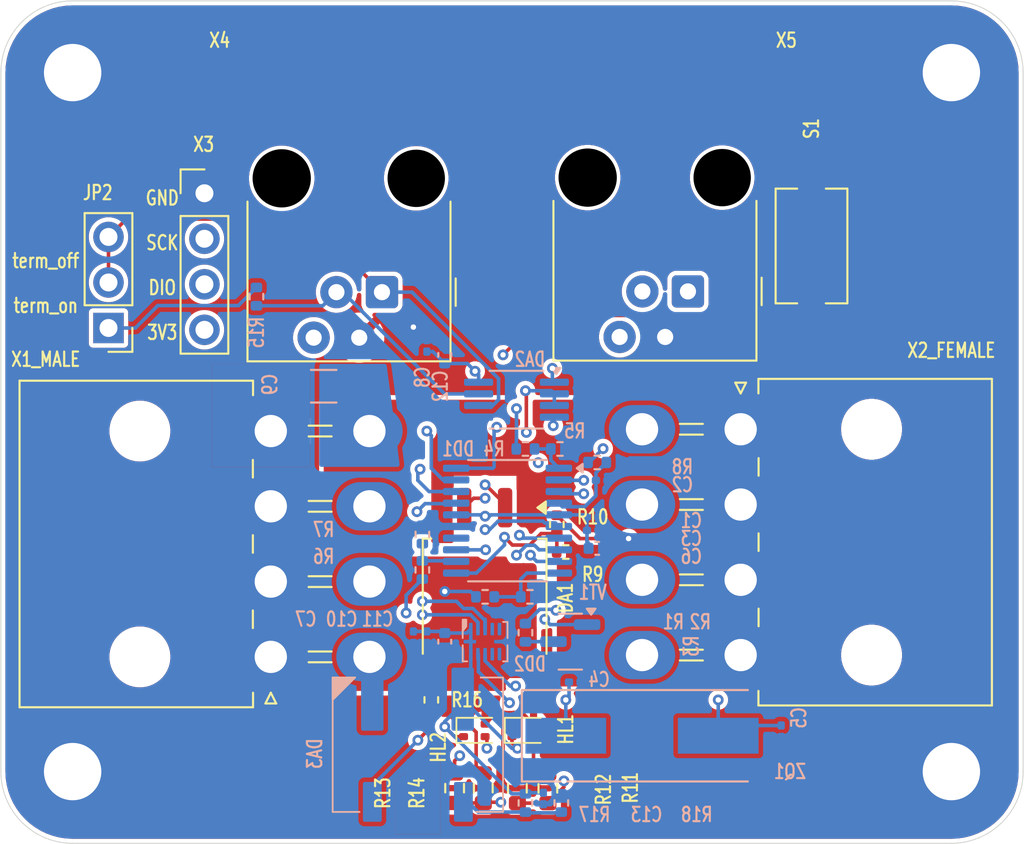
<source format=kicad_pcb>
(kicad_pcb (version 20241229) (generator "pcbnew") (generator_version "9.0")
  (layers (0 "F.Cu" mixed) (4 "In1.Cu" signal) (6 "In2.Cu" jumper) (2 "B.Cu" signal) (13 "F.Paste" user) (15 "B.Paste" user) (5 "F.SilkS" user "F.Silkscreen") (7 "B.SilkS" user "B.Silkscreen") (1 "F.Mask" user) (3 "B.Mask" user) (25 "Edge.Cuts" user))
  (net 0 "")
  (net 1 "VCC")
  (net 2 "GND")
  (net 3 "Net-(DD1-NRST)")
  (net 4 "VIN")
  (net 5 "/IN_SENSE")
  (net 6 "/I_SENSE")
  (net 7 "Net-(DA3-Trim)")
  (net 8 "Net-(DA3-Ctrl)")
  (net 9 "Net-(DD1-BOOT0)")
  (net 10 "/V_OUT")
  (net 11 "/RS_485_N")
  (net 12 "/V_IN")
  (net 13 "/RS_485_P")
  (net 15 "Net-(X4-Pad4)")
  (net 16 "Net-(DD1-PF0)")
  (net 17 "Net-(DD1-PF1)")
  (net 18 "Net-(DA1-IN)")
  (net 19 "Net-(DA1-OUT-Pad1)")
  (net 20 "Net-(DA1-IS)")
  (net 21 "Net-(DA2-R)")
  (net 22 "Net-(DA2-DE)")
  (net 23 "Net-(DA2-D)")
  (net 24 "Net-(DD1-PA9)")
  (net 25 "Net-(DD1-PA10)")
  (net 26 "/LED_2")
  (net 27 "/LED_1")
  (net 28 "Net-(R3-Pad1)")
  (net 29 "Net-(HL1-K2)")
  (net 30 "Net-(HL1-A1)")
  (net 31 "Net-(HL2-K2)")
  (net 32 "Net-(HL2-A1)")
  (net 33 "Net-(DD1-PA0)")
  (net 34 "Net-(DD1-PA13)")
  (net 35 "Net-(DD1-PA14)")
  (net 40 "Net-(JP2-A)")
  (footprint "MountingHole:MountingHole_3.2mm_M3_ISO7380_Pad" (layer "F.Cu") (at 173 103)
    (property "Reference" "H4" (hide yes))
    (property "Value" "M3_ISO7380" (hide yes))
  )
  (footprint "Resistor_SMD:R_0603_1608Metric" (layer "F.Cu") (at 148.8 103.933976 -90)
    (property "Reference" "R12")
    (property "Value" "RC0603FR-07150RPL" (hide yes))
  )
  (footprint "Connector_RJ:RJ9_Evercom_5301-440xxx_Horizontal" (layer "F.Cu") (at 158.31 76.21 180)
    (property "Reference" "X5")
    (property "Value" "L-KLS12-123-4P4C-W/O-1-01" (hide yes))
  )
  (footprint "MountingHole:MountingHole_3.2mm_M3_ISO7380_Pad" (layer "F.Cu") (at 173 64)
    (property "Reference" "H3" (hide yes))
    (property "Value" "M3_ISO7380" (hide yes))
  )
  (footprint "Connector_PinHeader_2.54mm:PinHeader_1x03_P2.54mm_Vertical" (layer "F.Cu") (at 126 78.25 180)
    (property "Reference" "JP2")
    (property "Value" "PinHeader 3x1 2.54mm Vertical" (hide yes))
  )
  (footprint "Resistor_SMD:R_0603_1608Metric" (layer "F.Cu") (at 146.9 103.925 -90)
    (property "Reference" "R14")
    (property "Value" "RC0603FR-07150RPL" (hide yes))
  )
  (footprint "Resistor_SMD:R_0603_1608Metric" (layer "F.Cu") (at 145.3 103.925 -90)
    (property "Reference" "R13")
    (property "Value" "RC0603FR-07150RPL" (hide yes))
  )
  (footprint "Connector_Molex:Molex_Mini-Fit_Jr_5569-08A2_2x04_P4.20mm_Horizontal" (layer "F.Cu") (at 135.05 96.6 90)
    (property "Reference" "X1_MALE")
    (property "Value" "0039301080" (hide yes))
  )
  (footprint "Button_Switch_SMD:SW_Tactile_SPST_NO_Straight_CK_PTS636Sx25SMTRLFS" (layer "F.Cu") (at 165.2 73.675 90)
    (property "Reference" "S1")
    (property "Value" "KLS7-TS3601-4.3-180" (hide yes))
  )
  (footprint "Resistor_SMD:R_0603_1608Metric" (layer "F.Cu") (at 150.5 103.933976 -90)
    (property "Reference" "R11")
    (property "Value" "RC0603FR-07150RPL" (hide yes))
  )
  (footprint "Connector_Molex:Molex_Mini-Fit_Jr_5569-08A2_2x04_P4.20mm_Horizontal" (layer "F.Cu") (at 161.25 83.9 -90)
    (property "Reference" "X2_FEMALE")
    (property "Value" "0039301080" (hide yes))
  )
  (footprint "Connector_RJ:RJ9_Evercom_5301-440xxx_Horizontal" (layer "F.Cu") (at 141.25 76.25 180)
    (property "Reference" "X4")
    (property "Value" "L-KLS12-123-4P4C-W/O-1-01" (hide yes))
  )
  (footprint "Resistor_SMD:R_0402_1005Metric" (layer "F.Cu") (at 151.5 90.75)
    (property "Reference" "R9")
    (property "Value" "RC0402FR-0710KL" (hide yes))
  )
  (footprint "MALT_Fpr_PassiveComp:LTST-C295" (layer "F.Cu") (at 146.4 100.7 90)
    (property "Reference" "HL2")
    (property "Value" "LTST-C295KGKRKT" (hide yes))
  )
  (footprint "Package_TO_SOT_SMD:TO-252-4" (layer "F.Cu") (at 146.975 93.315 -90)
    (property "Reference" "DA1")
    (property "Value" "BTS6143D" (hide yes))
  )
  (footprint "Connector_PinHeader_2.54mm:PinHeader_1x04_P2.54mm_Vertical" (layer "F.Cu") (at 131.34979 70.732132)
    (property "Reference" "X3")
    (property "Value" "PinHeader 4x1 2.54mm Vertical" (hide yes))
  )
  (footprint "MountingHole:MountingHole_3.2mm_M3_ISO7380_Pad" (layer "F.Cu") (at 124 64)
    (property "Reference" "H1" (hide yes))
    (property "Value" "M3_ISO7380" (hide yes))
  )
  (footprint "Resistor_SMD:R_0402_1005Metric" (layer "F.Cu") (at 151 89.21 -90)
    (property "Reference" "R10")
    (property "Value" "RC0402FR-071KL" (hide yes))
  )
  (footprint "MALT_Fpr_PassiveComp:LTST-C295" (layer "F.Cu") (at 149.1 100.7 90)
    (property "Reference" "HL1")
    (property "Value" "LTST-C295KGKRKT" (hide yes))
  )
  (footprint "Resistor_SMD:R_0402_1005Metric" (layer "F.Cu") (at 144 99 90)
    (property "Reference" "R16")
    (property "Value" "RC0402FR-07100KL" (hide yes))
  )
  (footprint "MountingHole:MountingHole_3.2mm_M3_ISO7380_Pad" (layer "F.Cu") (at 124 103)
    (property "Reference" "H2" (hide yes))
    (property "Value" "M3_ISO7380" (hide yes))
  )
  (footprint "Capacitor_SMD:C_0201_0603Metric" (layer "B.Cu") (at 153 89.545)
    (property "Reference" "C3")
    (property "Value" "GRM033R60J105MEA2" (hide yes))
  )
  (footprint "Capacitor_SMD:C_0201_0603Metric" (layer "B.Cu") (at 153.5 86.75)
    (property "Reference" "C2")
    (property "Value" "GRM033R60J105MEA2" (hide yes))
  )
  (footprint "Capacitor_SMD:C_0201_0603Metric" (layer "B.Cu") (at 143 95.5 -90)
    (property "Reference" "C7")
    (property "Value" "GRM033R60J105MEA2" (hide yes))
  )
  (footprint "Crystal:Crystal_SMD_HC49-SD" (layer "B.Cu") (at 155.75 101)
    (property "Reference" "ZQ1")
    (property "Value" "FC4SDCBMF8.0-T1" (hide yes))
  )
  (footprint "Resistor_SMD:R_0402_1005Metric" (layer "B.Cu") (at 143.5 91.75 -90)
    (property "Reference" "R6")
    (property "Value" "RC0402FR-07750L" (hide yes))
  )
  (footprint "Capacitor_SMD:C_0201_0603Metric" (layer "B.Cu") (at 150.25 104.5 -90)
    (property "Reference" "C13")
    (property "Value" "GRM188R61A226ME15D" (hide yes))
  )
  (footprint "Capacitor_SMD:C_0402_1005Metric" (layer "B.Cu") (at 144.75 95.75 -90)
    (property "Reference" "C11")
    (property "Value" "CL05A106MQ5NUNC" (hide yes))
  )
  (footprint "Resistor_SMD:R_0402_1005Metric" (layer "B.Cu") (at 134.25 76.5 90)
    (property "Reference" "R15")
    (property "Value" "RC0402FR-07120L" (hide yes))
  )
  (footprint "Resistor_SMD:R_0402_1005Metric" (layer "B.Cu") (at 147 93.25 180)
    (property "Reference" "R1")
    (property "Value" "RC0402FR-0710KL" (hide yes))
  )
  (footprint "Package_TO_SOT_SMD:SOT-23" (layer "B.Cu") (at 151.75 95.75 180)
    (property "Reference" "VT1")
    (property "Value" "IRLML2502" (hide yes))
  )
  (footprint "Capacitor_SMD:C_0201_0603Metric" (layer "B.Cu") (at 143.75 79.25 90)
    (property "Reference" "C8")
    (property "Value" "GRM033R60J105MEA2" (hide yes))
  )
  (footprint "Capacitor_SMD:C_0201_0603Metric" (layer "B.Cu") (at 153 88.795)
    (property "Reference" "C1")
    (property "Value" "GRM033R60J105MEA2" (hide yes))
  )
  (footprint "Resistor_SMD:R_0402_1005Metric" (layer "B.Cu") (at 149.25 95.25 90)
    (property "Reference" "R3")
    (property "Value" "RC0402FR-071KL" (hide yes))
  )
  (footprint "Package_SO:TSSOP-20_4.4x6.5mm_P0.65mm" (layer "B.Cu") (at 148.25 89 180)
    (property "Reference" "DD1")
    (property "Value" "STM32F030F4P6" (hide yes))
  )
  (footprint "Capacitor_SMD:C_0402_1005Metric" (layer "B.Cu") (at 153.25 90.545)
    (property "Reference" "C6")
    (property "Value" "CL05A106MQ5NUNC" (hide yes))
  )
  (footprint "Capacitor_SMD:C_1206_3216Metric" (layer "B.Cu") (at 138 81.5 180)
    (property "Reference" "C9")
    (property "Value" "GRM31CR71E106KA12L" (hide yes))
  )
  (footprint "Resistor_SMD:R_0402_1005Metric" (layer "B.Cu") (at 153.25 85.75 180)
    (property "Reference" "R8")
    (property "Value" "RC0402FR-0710KL" (hide yes))
  )
  (footprint "Capacitor_SMD:C_0201_0603Metric" (layer "B.Cu") (at 143.75 95.5 -90)
    (property "Reference" "C10")
    (property "Value" "GRM033R60J105MEA2" (hide yes))
  )
  (footprint "Capacitor_SMD:C_0201_0603Metric" (layer "B.Cu") (at 152 98)
    (property "Reference" "C4")
    (property "Value" "GRM1555C1H200JA01D" (hide yes))
  )
  (footprint "Resistor_SMD:R_0402_1005Metric" (layer "B.Cu") (at 149.5 93.25 180)
    (property "Reference" "R2")
    (property "Value" "RC0402FR-071KL" (hide yes))
  )
  (footprint "MALT_Fpr_PowerIC:K7803MT-500R4_1" (layer "B.Cu") (at 143.25 101.5)
    (property "Reference" "DA3")
    (property "Value" "K7803MT-500R4")
  )
  (footprint "Resistor_SMD:R_0402_1005Metric" (layer "B.Cu") (at 149.25 104.75 -90)
    (property "Reference" "R17")
    (property "Value" "RC0402FR-0747KL" (hide yes))
  )
  (footprint "Package_SO:MSOP-8_3x3mm_P0.65mm" (layer "B.Cu") (at 148.75 82.25 180)
    (property "Reference" "DA2")
    (property "Value" "TPT75176H-VS1R" (hide yes))
  )
  (footprint "Resistor_SMD:R_0402_1005Metric" (layer "B.Cu") (at 149.25 85 180)
    (property "Reference" "R4")
    (property "Value" "RC0402FR-0710KL" (hide yes))
  )
  (footprint "MALT_Fpr_MicroChips:UQFN-12" (layer "B.Cu") (at 147 95.75 -90)
    (property "Reference" "DD2")
    (property "Value" "TXU0104RUT" (hide yes))
  )
  (footprint "Capacitor_SMD:C_0402_1005Metric" (layer "B.Cu") (at 144.75 79.75 90)
    (property "Reference" "C12")
    (property "Value" "CL05A106MQ5NUNC" (hide yes))
  )
  (footprint "Resistor_SMD:R_0402_1005Metric" (layer "B.Cu") (at 151.174399 85.000093 180)
    (property "Reference" "R5")
    (property "Value" "RC0402FR-0710KL" (hide yes))
  )
  (footprint "Capacitor_SMD:C_0201_0603Metric" (layer "B.Cu") (at 163.513187 100.745448 -90)
    (property "Reference" "C5")
    (property "Value" "GRM1555C1H200JA01D" (hide yes))
  )
  (footprint "Resistor_SMD:R_0402_1005Metric" (layer "B.Cu") (at 143.502131 89.769171 -90)
    (property "Reference" "R7")
    (property "Value" "RC0402FR-07160L" (hide yes))
  )
  (footprint "Resistor_SMD:R_0402_1005Metric" (layer "B.Cu") (at 151.25 104.75 90)
    (property "Reference" "R18")
    (property "Value" "RC0402FR-0715KL" (hide yes))
  )
  (gr_arc (start 177 103) (mid 175.828427 105.828427) (end 173 107) (stroke (width 0.05)) (layer "Edge.Cuts"))
  (gr_line (start 177 64) (end 177 103) (stroke (width 0.05)) (layer "Edge.Cuts"))
  (gr_arc (start 173 60) (mid 175.828427 61.171573) (end 177 64) (stroke (width 0.05)) (layer "Edge.Cuts"))
  (gr_arc (start 124 107) (mid 121.171573 105.828427) (end 120 103) (stroke (width 0.05)) (layer "Edge.Cuts"))
  (gr_line (start 124 60) (end 173 60) (stroke (width 0.05)) (layer "Edge.Cuts"))
  (gr_arc (start 120 64) (mid 121.171573 61.171573) (end 124 60) (stroke (width 0.05)) (layer "Edge.Cuts"))
  (gr_line (start 173 107) (end 124 107) (stroke (width 0.05)) (layer "Edge.Cuts"))
  (gr_line (start 120 103) (end 120 64) (stroke (width 0.05)) (layer "Edge.Cuts"))
  (gr_text "SCK" (at 129 73.5 0) (layer "F.SilkS") (effects (font (size 0.8 0.6) (thickness 0.12))))
  (gr_text "3V3" (at 129 78.5 0) (layer "F.SilkS") (effects (font (size 0.8 0.6) (thickness 0.12))))
  (gr_text "term_on" (at 122.5 77 0) (layer "F.SilkS") (effects (font (size 0.8 0.6) (thickness 0.12))))
  (gr_text "DIO" (at 129 76 0) (layer "F.SilkS") (effects (font (size 0.8 0.6) (thickness 0.12))))
  (gr_text "term_off" (at 122.5 74.5 0) (layer "F.SilkS") (effects (font (size 0.8 0.6) (thickness 0.12))))
  (gr_text "GND" (at 129 71 0) (layer "F.SilkS") (effects (font (size 0.8 0.6) (thickness 0.12))))
  (segment (start 148.5 101.05) (end 148.54916 101.05) (width 0.2) (layer "F.Cu") (net 1))
  (segment (start 145.3 101.05) (end 145.8 101.05) (width 0.2) (layer "F.Cu") (net 1))
  (segment (start 148.5 101.05) (end 148.5 101.4) (width 0.2) (layer "F.Cu") (net 1))
  (segment (start 144.75 100.5) (end 145.3 101.05) (width 0.2) (layer "F.Cu") (net 1))
  (segment (start 148.5 101.4) (end 148.8 101.7) (width 0.2) (layer "F.Cu") (net 1))
  (via (at 148.75 82.75) (size 0.6) (drill 0.3) (layers "F.Cu" "B.Cu") (net 1))
  (via (at 148.8 101.7) (size 0.6) (drill 0.3) (layers "F.Cu" "B.Cu") (net 1))
  (via (at 144.75 100.5) (size 0.6) (drill 0.3) (layers "F.Cu" "B.Cu") (net 1))
  (via (at 147 88.75) (size 0.6) (drill 0.3) (layers "F.Cu" "B.Cu") (net 1))
  (via (at 146.438909 80.661091) (size 0.6) (drill 0.3) (layers "F.Cu" "B.Cu") (net 1))
  (via (at 153.577653 84.981292) (size 0.6) (drill 0.3) (layers "F.Cu" "B.Cu") (net 1))
  (segment (start 152.68 90.16) (end 152.77 90.25) (width 0.2) (layer "B.Cu") (net 1))
  (segment (start 152.56 88.675) (end 152.68 88.795) (width 0.2) (layer "B.Cu") (net 1))
  (segment (start 145.98 95.27) (end 146.2 95.05) (width 0.2) (layer "B.Cu") (net 1))
  (segment (start 147.325 88.675) (end 151.1125 88.675) (width 0.2) (layer "B.Cu") (net 1))
  (segment (start 146.2 96.45) (end 146.2 95.8) (width 0.2) (layer "B.Cu") (net 1))
  (segment (start 148.75 84.48) (end 148.74 84.49) (width 0.2) (layer "B.Cu") (net 1))
  (segment (start 152.808945 85.75) (end 153.577653 84.981292) (width 0.2) (layer "B.Cu") (net 1))
  (segment (start 146.2 96.45) (end 146.2 98.76) (width 0.2) (layer "B.Cu") (net 1))
  (segment (start 146.6375 80.859682) (end 146.438909 80.661091) (width 0.2) (layer "B.Cu") (net 1))
  (segment (start 152.68 89.545) (end 152.68 90.455) (width 0.2) (layer "B.Cu") (net 1))
  (segment (start 143.75 95.18) (end 144.66 95.18) (width 0.2) (layer "B.Cu") (net 1))
  (segment (start 143 95.18) (end 143.75 95.18) (width 0.2) (layer "B.Cu") (net 1))
  (segment (start 148.49 104.24) (end 144.75 100.5) (width 0.2) (layer "B.Cu") (net 1))
  (segment (start 149.31 104.18) (end 149.25 104.24) (width 0.2) (layer "B.Cu") (net 1))
  (segment (start 144.75 100.21) (end 144.75 100.5) (width 0.2) (layer "B.Cu") (net 1))
  (segment (start 152.68 88.795) (end 152.68 89.545) (width 0.2) (layer "B.Cu") (net 1))
  (segment (start 149.26 104.25) (end 149.25 104.24) (width 0.2) (layer "B.Cu") (net 1))
  (segment (start 144.09 79.57) (end 144.75 80.23) (width 0.2) (layer "B.Cu") (net 1))
  (segment (start 146.007818 80.23) (end 146.438909 80.661091) (width 0.2) (layer "B.Cu") (net 1))
  (segment (start 147.25 88.75) (end 147.325 88.675) (width 0.2) (layer "B.Cu") (net 1))
  (segment (start 147 88.75) (end 146.925 88.675) (width 0.2) (layer "B.Cu") (net 1))
  (segment (start 146.2 95.05) (end 146.2 95.7) (width 0.2) (layer "B.Cu") (net 1))
  (segment (start 146.2 95.8) (end 146.15 95.75) (width 0.2) (layer "B.Cu") (net 1))
  (segment (start 146.2 95.7) (end 146.15 95.75) (width 0.2) (layer "B.Cu") (net 1))
  (segment (start 149.25 104.24) (end 148.49 104.24) (width 0.2) (layer "B.Cu") (net 1))
  (segment (start 144.75 95.27) (end 145.98 95.27) (width 0.2) (layer "B.Cu") (net 1))
  (segment (start 148.49 101.7) (end 145.75 98.96) (width 0.2) (layer "B.Cu") (net 1))
  (segment (start 143.75 79.57) (end 144.09 79.57) (width 0.2) (layer "B.Cu") (net 1))
  (segment (start 146.2 98.76) (end 146 98.96) (width 0.2) (layer "B.Cu") (net 1))
  (segment (start 150.25 104.18) (end 149.31 104.18) (width 0.2) (layer "B.Cu") (net 1))
  (segment (start 148.8 101.7) (end 148.49 101.7) (width 0.2) (layer "B.Cu") (net 1))
  (segment (start 148.75 82.75) (end 148.75 84.48) (width 0.2) (layer "B.Cu") (net 1))
  (segment (start 151.1125 88.675) (end 152.56 88.675) (width 0.2) (layer "B.Cu") (net 1))
  (segment (start 146.6375 81.275) (end 146.6375 80.859682) (width 0.2) (layer "B.Cu") (net 1))
  (segment (start 147 88.75) (end 147.25 88.75) (width 0.2) (layer "B.Cu") (net 1))
  (segment (start 152.74 85.75) (end 152.808945 85.75) (width 0.2) (layer "B.Cu") (net 1))
  (segment (start 146 98.96) (end 144.75 100.21) (width 0.2) (layer "B.Cu") (net 1))
  (segment (start 144.75 80.23) (end 146.007818 80.23) (width 0.2) (layer "B.Cu") (net 1))
  (segment (start 144.66 95.18) (end 144.75 95.27) (width 0.2) (layer "B.Cu") (net 1))
  (segment (start 148.74 84.49) (end 148.74 85) (width 0.2) (layer "B.Cu") (net 1))
  (segment (start 146.925 88.675) (end 145.3875 88.675) (width 0.2) (layer "B.Cu") (net 1))
  (segment (start 147 100.35) (end 147.65 99.7) (width 0.2) (layer "F.Cu") (net 2))
  (segment (start 149.05 99.7) (end 149.7 100.35) (width 0.2) (layer "F.Cu") (net 2))
  (segment (start 148.589323 99.712091) (end 148.601414 99.7) (width 0.2) (layer "F.Cu") (net 2))
  (segment (start 148.601414 99.7) (end 149.05 99.7) (width 0.2) (layer "F.Cu") (net 2))
  (segment (start 148.132859 99.712091) (end 148.589323 99.712091) (width 0.2) (layer "F.Cu") (net 2))
  (segment (start 148.120768 99.7) (end 148.132859 99.712091) (width 0.2) (layer "F.Cu") (net 2))
  (segment (start 151 88.7) (end 152.3 90) (width 0.2) (layer "F.Cu") (net 2))
  (segment (start 147.65 99.7) (end 148.120768 99.7) (width 0.2) (layer "F.Cu") (net 2))
  (segment (start 152.3 90) (end 155 90) (width 0.2) (layer "F.Cu") (net 2))
  (via (at 143 78.2) (size 0.6) (drill 0.3) (layers "F.Cu" "B.Cu") (net 2))
  (via (at 155 90) (size 0.6) (drill 0.3) (layers "F.Cu" "B.Cu") (net 2))
  (segment (start 154.525 90) (end 155 90) (width 0.2) (layer "B.Cu") (net 2))
  (segment (start 150.01 93.25) (end 151.025 93.25) (width 0.2) (layer "B.Cu") (net 2))
  (segment (start 150.01 93.25) (end 150.01 93.0275) (width 0.2) (layer "B.Cu") (net 2))
  (segment (start 155.069 85.501) (end 159.649 85.501) (width 0.2) (layer "B.Cu") (net 2))
  (segment (start 147.85 95.75) (end 148.370372 95.75) (width 0.2) (layer "B.Cu") (net 2))
  (segment (start 144.75 78.75) (end 144.2 78.2) (width 0.2) (layer "B.Cu") (net 2))
  (segment (start 143.75 78.93) (end 143.73 78.93) (width 0.2) (layer "B.Cu") (net 2))
  (segment (start 143.73 78.93) (end 143 78.2) (width 0.2) (layer "B.Cu") (net 2))
  (segment (start 152.64 96.7475) (end 152.6875 96.7) (width 0.2) (layer "B.Cu") (net 2))
  (segment (start 143.75 95.82) (end 143 95.82) (width 0.2) (layer "B.Cu") (net 2))
  (segment (start 153.73 89.955) (end 153.32 89.545) (width 0.2) (layer "B.Cu") (net 2))
  (segment (start 153.32 88.795) (end 154.525 90) (width 0.2) (layer "B.Cu") (net 2))
  (segment (start 159.649 85.501) (end 161.25 83.9) (width 0.2) (layer "B.Cu") (net 2))
  (segment (start 152.32 98) (end 152.5 98) (width 0.2) (layer "B.Cu") (net 2))
  (segment (start 154.455 90.545) (end 155 90) (width 0.2) (layer "B.Cu") (net 2))
  (segment (start 152.6875 96.7) (end 152.6875 97.6325) (width 0.2) (layer "B.Cu") (net 2))
  (segment (start 150.67 104.82) (end 151.25 104.24) (width 0.2) (layer "B.Cu") (net 2))
  (segment (start 153.73 90.545) (end 153.73 89.955) (width 0.2) (layer "B.Cu") (net 2))
  (segment (start 144.75 79.27) (end 144.75 78.75) (width 0.2) (layer "B.Cu") (net 2))
  (segment (start 145.321671 89.259171) (end 145.3875 89.325) (width 0.2) (layer "B.Cu") (net 2))
  (segment (start 151.025 93.25) (end 153.73 90.545) (width 0.2) (layer "B.Cu") (net 2))
  (segment (start 144.2 78.2) (end 143 78.2) (width 0.2) (layer "B.Cu") (net 2))
  (segment (start 143 96.5) (end 143.25 96.75) (width 0.2) (layer "B.Cu") (net 2))
  (segment (start 143.502131 89.259171) (end 145.321671 89.259171) (width 0.2) (layer "B.Cu") (net 2))
  (segment (start 144.16 96.23) (end 143.75 95.82) (width 0.2) (layer "B.Cu") (net 2))
  (segment (start 143.75 96.25) (end 143.25 96.75) (width 0.2) (layer "B.Cu") (net 2))
  (segment (start 152.6875 97.6325) (end 152.32 98) (width 0.2) (layer "B.Cu") (net 2))
  (segment (start 143.5 98.96) (end 143.5 97) (width 0.2) (layer "B.Cu") (net 2))
  (segment (start 143.25 104.04) (end 143.5 104.04) (width 0.2) (layer "B.Cu") (net 2))
  (segment (start 143 95.82) (end 143 96.5) (width 0.2) (layer "B.Cu") (net 2))
  (segment (start 144.75 96.23) (end 144.16 96.23) (width 0.2) (layer "B.Cu") (net 2))
  (segment (start 153.73 90.545) (end 154.455 90.545) (width 0.2) (layer "B.Cu") (net 2))
  (segment (start 143.5 97) (end 143.25 96.75) (width 0.2) (layer "B.Cu") (net 2))
  (segment (start 153.82 86.75) (end 155.069 85.501) (width 0.2) (layer "B.Cu") (net 2))
  (segment (start 143.75 95.82) (end 143.75 96.25) (width 0.2) (layer "B.Cu") (net 2))
  (segment (start 149.320372 96.7) (end 152.6875 96.7) (width 0.2) (layer "B.Cu") (net 2))
  (segment (start 153.32 88.795) (end 153.32 89.545) (width 0.2) (layer "B.Cu") (net 2))
  (segment (start 148.370372 95.75) (end 149.320372 96.7) (width 0.2) (layer "B.Cu") (net 2))
  (segment (start 150.25 104.82) (end 150.67 104.82) (width 0.2) (layer "B.Cu") (net 2))
  (segment (start 153.18 87.599232) (end 153.18 86.75) (width 0.2) (layer "B.Cu") (net 3))
  (segment (start 152.554233 88.224999) (end 153.18 87.599232) (width 0.2) (layer "B.Cu") (net 3))
  (segment (start 151.1125 88.025) (end 151.312499 88.224999) (width 0.2) (layer "B.Cu") (net 3))
  (segment (start 151.312499 88.224999) (end 152.554233 88.224999) (width 0.2) (layer "B.Cu") (net 3))
  (segment (start 153.18 86.75) (end 153.18 86.33) (width 0.2) (layer "B.Cu") (net 3))
  (segment (start 153.18 86.33) (end 153.76 85.75) (width 0.2) (layer "B.Cu") (net 3))
  (via (at 144.75 92.95) (size 0.6) (drill 0.3) (layers "F.Cu" "B.Cu") (net 4))
  (segment (start 146.19 92.95) (end 144.75 92.95) (width 0.2) (layer "B.Cu") (net 4))
  (segment (start 146.49 93.25) (end 146.19 92.95) (width 0.2) (layer "B.Cu") (net 4))
  (via (at 150.325 94.5) (size 0.6) (drill 0.3) (layers "F.Cu" "B.Cu") (net 5))
  (via (at 147.027552 90.627614) (size 0.6) (drill 0.3) (layers "F.Cu" "B.Cu") (net 5))
  (segment (start 150.625 94.8) (end 150.325 94.5) (width 0.2) (layer "B.Cu") (net 5))
  (segment (start 147.027552 90.627614) (end 145.390114 90.627614) (width 0.2) (layer "B.Cu") (net 5))
  (segment (start 145.390114 90.627614) (end 145.3875 90.625) (width 0.2) (layer "B.Cu") (net 5))
  (segment (start 152.6875 94.8) (end 150.625 94.8) (width 0.2) (layer "B.Cu") (net 5))
  (segment (start 143.502131 90.279171) (end 143.502131 91.237869) (width 0.2) (layer "B.Cu") (net 6))
  (segment (start 145.3525 91.24) (end 145.3875 91.275) (width 0.2) (layer "B.Cu") (net 6))
  (segment (start 143.5 91.24) (end 145.3525 91.24) (width 0.2) (layer "B.Cu") (net 6))
  (segment (start 143.502131 91.237869) (end 143.5 91.24) (width 0.2) (layer "B.Cu") (net 6))
  (segment (start 149.25 105.26) (end 149.29 105.3) (width 0.2) (layer "B.Cu") (net 7))
  (segment (start 151.21 105.3) (end 151.25 105.26) (width 0.2) (layer "B.Cu") (net 7))
  (segment (start 149.29 105.3) (end 151.21 105.3) (width 0.2) (layer "B.Cu") (net 7))
  (segment (start 146.61 105.26) (end 146.04 104.69) (width 0.2) (layer "B.Cu") (net 7))
  (segment (start 149.25 105.26) (end 146.61 105.26) (width 0.2) (layer "B.Cu") (net 7))
  (segment (start 144 99.51) (end 144 100.5) (width 0.2) (layer "F.Cu") (net 8))
  (segment (start 144 100.5) (end 143.25 101.25) (width 0.2) (layer "F.Cu") (net 8))
  (via (at 143.25 101.25) (size 0.6) (drill 0.3) (layers "F.Cu" "B.Cu") (net 8))
  (segment (start 140.96 103.54) (end 140.96 104.69) (width 0.2) (layer "B.Cu") (net 8))
  (segment (start 143.25 101.25) (end 140.96 103.54) (width 0.2) (layer "B.Cu") (net 8))
  (segment (start 149.760093 85.000093) (end 149.76 85) (width 0.2) (layer "B.Cu") (net 9))
  (segment (start 150.664399 85.626899) (end 151.1125 86.075) (width 0.2) (layer "B.Cu") (net 9))
  (segment (start 150.664399 85.000093) (end 150.664399 85.626899) (width 0.2) (layer "B.Cu") (net 9))
  (segment (start 150.664399 85.000093) (end 149.760093 85.000093) (width 0.2) (layer "B.Cu") (net 9))
  (segment (start 151 90.75) (end 151 89.72) (width 0.2) (layer "F.Cu") (net 10))
  (segment (start 148.080518 89.92051) (end 148.520445 90.360437) (width 0.2) (layer "F.Cu") (net 10))
  (segment (start 150.125768 89.72) (end 151 89.72) (width 0.2) (layer "F.Cu") (net 10))
  (segment (start 148.520445 90.360437) (end 149.485331 90.360437) (width 0.2) (layer "F.Cu") (net 10))
  (segment (start 149.485331 90.360437) (end 150.125768 89.72) (width 0.2) (layer "F.Cu") (net 10))
  (via (at 148.080518 89.92051) (size 0.6) (drill 0.3) (layers "F.Cu" "B.Cu") (net 10))
  (segment (start 146.509398 91.925) (end 148.080518 90.35388) (width 0.2) (layer "B.Cu") (net 10))
  (segment (start 148.080518 90.35388) (end 148.080518 89.92051) (width 0.2) (layer "B.Cu") (net 10))
  (segment (start 145.3875 91.925) (end 146.509398 91.925) (width 0.2) (layer "B.Cu") (net 10))
  (segment (start 139.06776 76.25) (end 138.71 76.25) (width 0.2) (layer "B.Cu") (net 11))
  (segment (start 134.25 77.01) (end 137.95 77.01) (width 0.2) (layer "B.Cu") (net 11))
  (segment (start 146.6375 81.925) (end 144.74276 81.925) (width 0.2) (layer "B.Cu") (net 11))
  (segment (start 137.95 77.01) (end 138.71 76.25) (width 0.2) (layer "B.Cu") (net 11))
  (segment (start 144.74276 81.925) (end 139.06776 76.25) (width 0.2) (layer "B.Cu") (net 11))
  (segment (start 139.234552 76.25) (end 138.71 76.25) (width 0.2) (layer "B.Cu") (net 11))
  (segment (start 148.99 93.25) (end 148.99 92.26) (width 0.2) (layer "B.Cu") (net 12))
  (segment (start 149.325 91.925) (end 151.1125 91.925) (width 0.2) (layer "B.Cu") (net 12))
  (segment (start 148.99 92.26) (end 149.325 91.925) (width 0.2) (layer "B.Cu") (net 12))
  (segment (start 148.99 93.25) (end 147.51 93.25) (width 0.2) (layer "B.Cu") (net 12))
  (segment (start 126.998868 72.171132) (end 126 73.17) (width 0.2) (layer "F.Cu") (net 13))
  (segment (start 137.171132 72.171132) (end 141.25 76.25) (width 0.2) (layer "F.Cu") (net 13))
  (segment (start 137.171132 72.171132) (end 126.998868 72.171132) (width 0.2) (layer "F.Cu") (net 13))
  (segment (start 126 73.17) (end 126 75.71) (width 0.2) (layer "F.Cu") (net 13))
  (segment (start 141.25 76.25) (end 142.92416 76.25) (width 0.2) (layer "B.Cu") (net 13))
  (segment (start 142.92416 76.25) (end 147.75 81.07584) (width 0.2) (layer "B.Cu") (net 13))
  (segment (start 147.75 81.07584) (end 147.75 82.25) (width 0.2) (layer "B.Cu") (net 13))
  (segment (start 147.425 82.575) (end 146.6375 82.575) (width 0.2) (layer "B.Cu") (net 13))
  (segment (start 147.75 82.25) (end 147.425 82.575) (width 0.2) (layer "B.Cu") (net 13))
  (via (at 152.5 86.75) (size 0.6) (drill 0.3) (layers "F.Cu" "B.Cu") (net 16))
  (via (at 151.5 99) (size 0.6) (drill 0.3) (layers "F.Cu" "B.Cu") (net 16))
  (segment (start 151.5 101) (end 151.5 99) (width 0.2) (layer "B.Cu") (net 16))
  (segment (start 151.68 98) (end 151.68 98.82) (width 0.2) (layer "B.Cu") (net 16))
  (segment (start 151.68 98.82) (end 151.5 99) (width 0.2) (layer "B.Cu") (net 16))
  (segment (start 152.5 86.75) (end 151.874999 86.75) (width 0.2) (layer "B.Cu") (net 16))
  (segment (start 151.874999 86.75) (end 151.849999 86.725) (width 0.2) (layer "B.Cu") (net 16))
  (segment (start 151.849999 86.725) (end 151.1125 86.725) (width 0.2) (layer "B.Cu") (net 16))
  (via (at 152.5 87.5) (size 0.6) (drill 0.3) (layers "F.Cu" "B.Cu") (net 17))
  (via (at 160 99) (size 0.6) (drill 0.3) (layers "F.Cu" "B.Cu") (net 17))
  (segment (start 160 101) (end 160.57 100.43) (width 0.2) (layer "B.Cu") (net 17))
  (segment (start 160 101) (end 160 99) (width 0.2) (layer "B.Cu") (net 17))
  (segment (start 152.5 87.5) (end 151.2375 87.5) (width 0.2) (layer "B.Cu") (net 17))
  (segment (start 160.57 100.43) (end 163.5 100.43) (width 0.2) (layer "B.Cu") (net 17))
  (segment (start 151.2375 87.5) (end 151.1125 87.375) (width 0.2) (layer "B.Cu") (net 17))
  (segment (start 148.115 88.275) (end 148.115 88.085768) (width 0.2) (layer "F.Cu") (net 18))
  (segment (start 148.115 88.085768) (end 147.029232 87) (width 0.2) (layer "F.Cu") (net 18))
  (segment (start 147.029232 87) (end 147 87) (width 0.2) (layer "F.Cu") (net 18))
  (segment (start 148.115 88.878352) (end 148.115 88.275) (width 0.2) (layer "F.Cu") (net 18))
  (via (at 147 87) (size 0.6) (drill 0.3) (layers "F.Cu" "B.Cu") (net 18))
  (via (at 150.95 94) (size 0.6) (drill 0.3) (layers "F.Cu" "B.Cu") (net 18))
  (segment (start 150.041 93.949) (end 149.25 94.74) (width 0.2) (layer "B.Cu") (net 18))
  (segment (start 150.95 94) (end 150.899 93.949) (width 0.2) (layer "B.Cu") (net 18))
  (segment (start 150.899 93.949) (end 150.041 93.949) (width 0.2) (layer "B.Cu") (net 18))
  (segment (start 146.36 87.75) (end 145.835 88.275) (width 0.2) (layer "F.Cu") (net 20))
  (segment (start 147 87.75) (end 146.36 87.75) (width 0.2) (layer "F.Cu") (net 20))
  (via (at 147 87.75) (size 0.6) (drill 0.3) (layers "F.Cu" "B.Cu") (net 20))
  (via (at 142.596475 94.153525) (size 0.6) (drill 0.3) (layers "F.Cu" "B.Cu") (net 20))
  (segment (start 142.596475 93.163525) (end 142.596475 94.153525) (width 0.2) (layer "B.Cu") (net 20))
  (segment (start 143.5 92.26) (end 142.596475 93.163525) (width 0.2) (layer "B.Cu") (net 20))
  (via (at 149.527817 90.925) (size 0.6) (drill 0.3) (layers "F.Cu" "B.Cu") (net 21))
  (via (at 150.75 80.5) (size 0.6) (drill 0.3) (layers "F.Cu" "B.Cu") (net 21))
  (via (at 149.963918 85.766549) (size 0.6) (drill 0.3) (layers "F.Cu" "B.Cu") (net 21))
  (segment (start 150.75 81.1625) (end 150.8625 81.275) (width 0.2) (layer "B.Cu") (net 21))
  (segment (start 150.75 80.5) (end 150.75 81.1625) (width 0.2) (layer "B.Cu") (net 21))
  (segment (start 149.527817 90.925) (end 149.877817 91.275) (width 0.2) (layer "B.Cu") (net 21))
  (segment (start 149.877817 91.275) (end 151.1125 91.275) (width 0.2) (layer "B.Cu") (net 21))
  (segment (start 149.299999 84.077817) (end 149.3 84.077816) (width 0.2) (layer "F.Cu") (net 22))
  (segment (start 149.3 84.077816) (end 149.3 81.8) (width 0.2) (layer "F.Cu") (net 22))
  (segment (start 149.3 81.8) (end 149.25 81.75) (width 0.2) (layer "F.Cu") (net 22))
  (via (at 149.25 81.75) (size 0.6) (drill 0.3) (layers "F.Cu" "B.Cu") (net 22))
  (via (at 149.299999 84.077817) (size 0.6) (drill 0.3) (layers "F.Cu" "B.Cu") (net 22))
  (via (at 148.912744 89.809437) (size 0.6) (drill 0.3) (layers "F.Cu" "B.Cu") (net 22))
  (segment (start 150.6875 81.75) (end 150.8625 81.925) (width 0.2) (layer "B.Cu") (net 22))
  (segment (start 149.078307 89.975) (end 151.1125 89.975) (width 0.2) (layer "B.Cu") (net 22))
  (segment (start 148.912744 89.809437) (end 149.078307 89.975) (width 0.2) (layer "B.Cu") (net 22))
  (segment (start 150.8625 81.925) (end 150.8625 82.575) (width 0.2) (layer "B.Cu") (net 22))
  (segment (start 149.25 81.75) (end 150.6875 81.75) (width 0.2) (layer "B.Cu") (net 22))
  (via (at 148.75 90.925) (size 0.6) (drill 0.3) (layers "F.Cu" "B.Cu") (net 23))
  (via (at 150.799634 83.7) (size 0.6) (drill 0.3) (layers "F.Cu" "B.Cu") (net 23))
  (segment (start 149.756049 90.374) (end 150.007049 90.625) (width 0.2) (layer "B.Cu") (net 23))
  (segment (start 150.007049 90.625) (end 151.1125 90.625) (width 0.2) (layer "B.Cu") (net 23))
  (segment (start 150.799634 83.7) (end 150.799634 83.287866) (width 0.2) (layer "B.Cu") (net 23))
  (segment (start 149.301 90.374) (end 149.756049 90.374) (width 0.2) (layer "B.Cu") (net 23))
  (segment (start 148.75 90.925) (end 149.301 90.374) (width 0.2) (layer "B.Cu") (net 23))
  (segment (start 150.799634 83.287866) (end 150.8625 83.225) (width 0.2) (layer "B.Cu") (net 23))
  (via (at 143.5 94.25) (size 0.6) (drill 0.3) (layers "F.Cu" "B.Cu") (net 24))
  (via (at 143.2 88.5) (size 0.6) (drill 0.3) (layers "F.Cu" "B.Cu") (net 24))
  (segment (start 145.3875 88.025) (end 145.3615 88.051) (width 0.2) (layer "B.Cu") (net 24))
  (segment (start 145.3615 88.051) (end 143.649 88.051) (width 0.2) (layer "B.Cu") (net 24))
  (segment (start 143.649 88.051) (end 143.2 88.5) (width 0.2) (layer "B.Cu") (net 24))
  (segment (start 146.6 95.05) (end 146.6 94.672936) (width 0.2) (layer "B.Cu") (net 24))
  (segment (start 146.6 94.672936) (end 146.177064 94.25) (width 0.2) (layer "B.Cu") (net 24))
  (segment (start 146.177064 94.25) (end 143.5 94.25) (width 0.2) (layer "B.Cu") (net 24))
  (via (at 143.5 93.5) (size 0.6) (drill 0.3) (layers "F.Cu" "B.Cu") (net 25))
  (via (at 143.375 86.125) (size 0.6) (drill 0.3) (layers "F.Cu" "B.Cu") (net 25))
  (segment (start 143.25 86.75) (end 143.875 87.375) (width 0.2) (layer "B.Cu") (net 25))
  (segment (start 147 95.05) (end 147 94.576548) (width 0.2) (layer "B.Cu") (net 25))
  (segment (start 143.25 86.25) (end 143.25 86.75) (width 0.2) (layer "B.Cu") (net 25))
  (segment (start 143.5 93.5) (end 145.4 93.5) (width 0.2) (layer "B.Cu") (net 25))
  (segment (start 143.375 86.125) (end 143.25 86.25) (width 0.2) (layer "B.Cu") (net 25))
  (segment (start 146.323452 93.9) (end 145.8 93.9) (width 0.2) (layer "B.Cu") (net 25))
  (segment (start 143.875 87.375) (end 145.3875 87.375) (width 0.2) (layer "B.Cu") (net 25))
  (segment (start 147 95.05) (end 147 94.5) (width 0.2) (layer "B.Cu") (net 25))
  (segment (start 147 94.576548) (end 146.323452 93.9) (width 0.2) (layer "B.Cu") (net 25))
  (segment (start 145.4 93.5) (end 145.8 93.9) (width 0.2) (layer "B.Cu") (net 25))
  (segment (start 151.393297 103.865679) (end 150.5 104.758976) (width 0.2) (layer "F.Cu") (net 26))
  (segment (start 148.942358 104.758976) (end 150.47425 104.758976) (width 0.2) (layer "F.Cu") (net 26))
  (segment (start 151.393297 103.52) (end 151.393297 103.865679) (width 0.2) (layer "F.Cu") (net 26))
  (via (at 148.7 98.225) (size 0.6) (drill 0.3) (layers "F.Cu" "B.Cu") (net 26))
  (via (at 151.393297 103.52) (size 0.6) (drill 0.3) (layers "F.Cu" "B.Cu") (net 26))
  (segment (start 147 96.45) (end 147 96.827064) (width 0.2) (layer "B.Cu") (net 26))
  (segment (start 147 96.827064) (end 148.397936 98.225) (width 0.2) (layer "B.Cu") (net 26))
  (segment (start 148.397936 98.225) (end 148.7 98.225) (width 0.2) (layer "B.Cu") (net 26))
  (segment (start 147.875 104.71) (end 146.94 104.71) (width 0.2) (layer "F.Cu") (net 27))
  (segment (start 146.9 104.75) (end 145.3 104.75) (width 0.2) (layer "F.Cu") (net 27))
  (segment (start 146.94 104.71) (end 146.9 104.75) (width 0.2) (layer "F.Cu") (net 27))
  (via (at 148.361091 99.161091) (size 0.6) (drill 0.3) (layers "F.Cu" "B.Cu") (net 27))
  (via (at 147.875 104.71) (size 0.6) (drill 0.3) (layers "F.Cu" "B.Cu") (net 27))
  (segment (start 146.626 96.476) (end 146.626 97.426) (width 0.2) (layer "B.Cu") (net 27))
  (segment (start 146.6 96.45) (end 146.626 96.476) (width 0.2) (layer "B.Cu") (net 27))
  (segment (start 146.626 97.426) (end 148.361091 99.161091) (width 0.2) (layer "B.Cu") (net 27))
  (segment (start 149.26 95.75) (end 149.25 95.74) (width 0.2) (layer "B.Cu") (net 28))
  (segment (start 150.8125 95.75) (end 149.26 95.75) (width 0.2) (layer "B.Cu") (net 28))
  (segment (start 149.7 102.308976) (end 150.5 103.108976) (width 0.2) (layer "F.Cu") (net 29))
  (segment (start 149.7 101.05) (end 149.7 102.308976) (width 0.2) (layer "F.Cu") (net 29))
  (segment (start 148.8 103.108976) (end 147.999 102.307976) (width 0.2) (layer "F.Cu") (net 30))
  (segment (start 147.999 100.601001) (end 148.250001 100.35) (width 0.2) (layer "F.Cu") (net 30))
  (segment (start 147.999 102.307976) (end 147.999 100.601001) (width 0.2) (layer "F.Cu") (net 30))
  (segment (start 148.250001 100.35) (end 148.5 100.35) (width 0.2) (layer "F.Cu") (net 30))
  (segment (start 147.1 101.7) (end 147.1 101.15) (width 0.2) (layer "F.Cu") (net 31))
  (segment (start 145.3 102.4) (end 145.586091 102.113909) (width 0.2) (layer "F.Cu") (net 31))
  (segment (start 147.1 101.15) (end 147 101.05) (width 0.2) (layer "F.Cu") (net 31))
  (segment (start 145.3 103.1) (end 145.3 102.4) (width 0.2) (layer "F.Cu") (net 31))
  (via (at 145.586091 102.113909) (size 0.6) (drill 0.3) (layers "F.Cu" "B.Cu") (net 31))
  (via (at 147.1 101.7) (size 0.6) (drill 0.3) (layers "F.Cu" "B.Cu") (net 31))
  (segment (start 145.8 100.35) (end 146.049999 100.35) (width 0.2) (layer "F.Cu") (net 32))
  (segment (start 146.50042 100.800421) (end 146.50042 102.70042) (width 0.2) (layer "F.Cu") (net 32))
  (segment (start 146.50042 102.70042) (end 146.9 103.1) (width 0.2) (layer "F.Cu") (net 32))
  (segment (start 146.049999 100.35) (end 146.50042 100.800421) (width 0.2) (layer "F.Cu") (net 32))
  (segment (start 150.2 77.55) (end 165.2 77.55) (width 0.2) (layer "F.Cu") (net 33))
  (segment (start 148 79.75) (end 150.2 77.55) (width 0.2) (layer "F.Cu") (net 33))
  (via (at 148 79.75) (size 0.6) (drill 0.3) (layers "F.Cu" "B.Cu") (net 33))
  (via (at 146.999 89.500002) (size 0.6) (drill 0.3) (layers "F.Cu" "B.Cu") (net 33))
  (segment (start 150.32684 89.126) (end 150.9135 89.126) (width 0.2) (layer "B.Cu") (net 33))
  (segment (start 147.249998 89.500002) (end 147.724 89.026) (width 0.2) (layer "B.Cu") (net 33))
  (segment (start 150.9135 89.126) (end 151.1125 89.325) (width 0.2) (layer "B.Cu") (net 33))
  (segment (start 147.724 89.026) (end 150.22684 89.026) (width 0.2) (layer "B.Cu") (net 33))
  (segment (start 150.22684 89.026) (end 150.32684 89.126) (width 0.2) (layer "B.Cu") (net 33))
  (segment (start 146.999 89.500002) (end 147.249998 89.500002) (width 0.2) (layer "B.Cu") (net 33))
  (via (at 143.75 84) (size 0.6) (drill 0.3) (layers "F.Cu" "B.Cu") (net 34))
  (segment (start 144 84.25) (end 143.75 84) (width 0.2) (layer "B.Cu") (net 34))
  (segment (start 145.3875 86.725) (end 144.650001 86.725) (width 0.2) (layer "B.Cu") (net 34))
  (segment (start 144 86.074999) (end 144 84.25) (width 0.2) (layer "B.Cu") (net 34))
  (segment (start 144.650001 86.725) (end 144 86.074999) (width 0.2) (layer "B.Cu") (net 34))
  (via (at 147.649001 83.786694) (size 0.6) (drill 0.3) (layers "F.Cu" "B.Cu") (net 35))
  (segment (start 147.5 83.903878) (end 147.5 86) (width 0.2) (layer "B.Cu") (net 35))
  (segment (start 147.5 86) (end 147.425 86.075) (width 0.2) (layer "B.Cu") (net 35))
  (segment (start 147.617184 83.786694) (end 147.5 83.903878) (width 0.2) (layer "B.Cu") (net 35))
  (segment (start 147.649001 83.786694) (end 147.617184 83.786694) (width 0.2) (layer "B.Cu") (net 35))
  (segment (start 147.425 86.075) (end 145.3875 86.075) (width 0.2) (layer "B.Cu") (net 35))
  (segment (start 128.75 77) (end 127.5 78.25) (width 0.2) (layer "B.Cu") (net 40))
  (segment (start 134.25 75.99) (end 133.24 77) (width 0.2) (layer "B.Cu") (net 40))
  (segment (start 127.5 78.25) (end 126 78.25) (width 0.2) (layer "B.Cu") (net 40))
  (segment (start 133.24 77) (end 128.75 77) (width 0.2) (layer "B.Cu") (net 40))
  (zone (net 19) (net_name "Net-(DA1-OUT-Pad1)") (layer "F.Cu") (priority 5) (connect_pads yes (clearance 0.25)) (min_thickness 0.25) (fill yes (thermal_gap 0.5) (thermal_bridge_width 0.5) (island_removal_mode 1) (island_area_min 10))
    (polygon (pts (xy 145.25 90.25) (xy 144 90.25) (xy 144 82.25) (xy 158.25 82.25) (xy 158.25 98.25) (xy 151 98.25) (xy 151 90.25) (xy 148.75 90.25) (xy 148.75 86.5) (xy 145.25 86.5)))
  )
  (zone (net 2) (net_name "GND") (layer "F.Cu") (connect_pads (clearance 0.25)) (min_thickness 0.25) (fill yes (thermal_gap 0.5) (thermal_bridge_width 0.5) (island_removal_mode 2) (island_area_min 10))
    (polygon (pts (xy 177 60) (xy 120 60) (xy 120 107) (xy 177 107)))
  )
  (zone (net 4) (net_name "VIN") (layer "F.Cu") (priority 4) (connect_pads yes (clearance 0.25)) (min_thickness 0.25) (fill yes (thermal_gap 0.5) (thermal_bridge_width 0.5) (island_removal_mode 1) (island_area_min 10))
    (polygon (pts (xy 149.75 91) (xy 149.75 98.5) (xy 138 98.5) (xy 138 82.25) (xy 142.75 82.25) (xy 142.75 91)))
  )
  (zone (net 2) (net_name "GND") (layer "B.Cu") (priority 1) (connect_pads yes (clearance 0.25)) (min_thickness 0.25) (fill yes (thermal_gap 0.5) (thermal_bridge_width 0.5) (island_removal_mode 2) (island_area_min 10))
    (polygon (pts (xy 120 60) (xy 177 60) (xy 177 107) (xy 120 107)))
  )
  (zone (net 2) (net_name "GND") (layer "B.Cu") (priority 9) (connect_pads yes (clearance 0.25)) (min_thickness 0.25) (fill yes (thermal_gap 0.5) (thermal_bridge_width 0.5))
    (polygon (pts (xy 144.5 101.5) (xy 142 103.5) (xy 142 106.5) (xy 144.5 106.5)))
  )
  (zone (net 4) (net_name "VIN") (layer "B.Cu") (priority 7) (connect_pads yes (clearance 0.25)) (min_thickness 0.25) (fill yes (thermal_gap 0.5) (thermal_bridge_width 0.5) (island_removal_mode 1) (island_area_min 10))
    (polygon (pts (xy 142 84) (xy 141.5 80.25) (xy 137.75 80.25) (xy 137.75 86) (xy 142.25 86)))
  )
  (zone (net 2) (net_name "GND") (layer "B.Cu") (priority 8) (connect_pads yes (clearance 0.25)) (min_thickness 0.25) (fill yes (thermal_gap 0.5) (thermal_bridge_width 0.5) (island_removal_mode 1) (island_area_min 10))
    (polygon (pts (xy 137.25 80.25) (xy 137.25 86) (xy 131.75 86) (xy 131.75 80.25)))
  )
)
</source>
